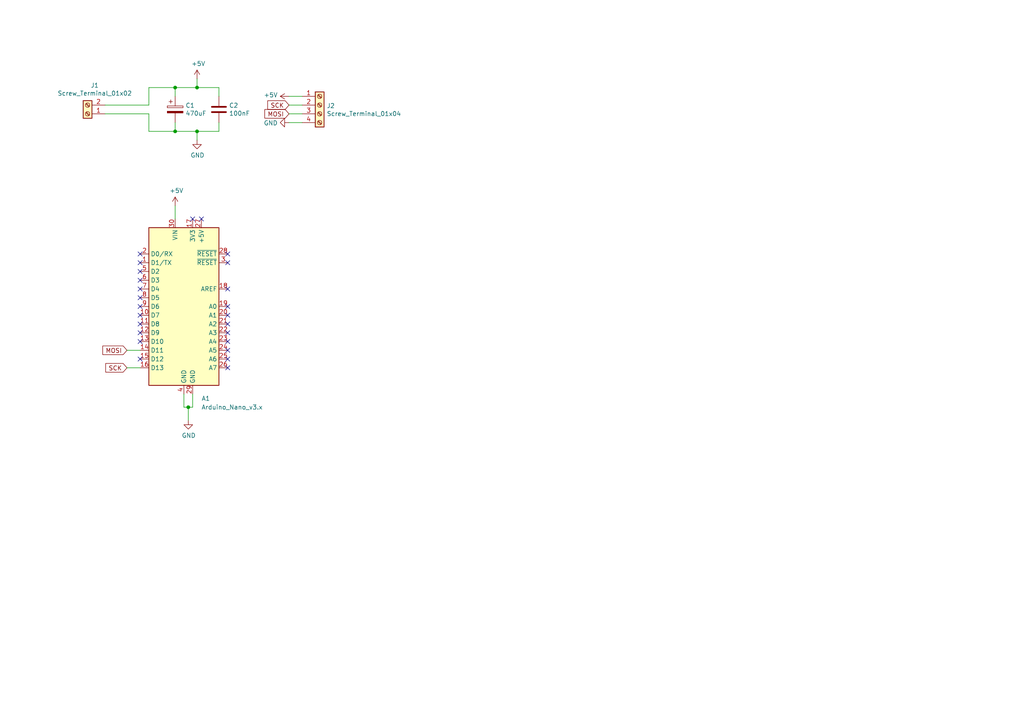
<source format=kicad_sch>
(kicad_sch (version 20211123) (generator eeschema)
  (paper "A4")
  (lib_symbols
    (symbol "Connector:Screw_Terminal_01x02" (pin_names (offset 1.016) hide)
      (property "Reference" "J" (at 0 2.54 0))
      (property "Value" "Screw_Terminal_01x02" (at 0 -5.08 0))
      (symbol "Screw_Terminal_01x02_1_1"
        (rectangle (start -1.27 1.27) (end 1.27 -3.81) (stroke (width 0.254)) (fill (type background)))
        (circle (center 0 -2.54) (radius 0.635) (stroke (width 0.1524)))
        (polyline (pts (xy -0.5334 -2.2098) (xy 0.3302 -3.048)) (stroke (width 0.1524)))
        (polyline (pts (xy -0.5334 0.3302) (xy 0.3302 -0.508)) (stroke (width 0.1524)))
        (polyline (pts (xy -0.3556 -2.032) (xy 0.508 -2.8702)) (stroke (width 0.1524)))
        (polyline (pts (xy -0.3556 0.508) (xy 0.508 -0.3302)) (stroke (width 0.1524)))
        (circle (center 0 0) (radius 0.635) (stroke (width 0.1524)))
        (pin passive line (at -5.08 0 0) (length 3.81) (name "Pin_1") (number "1"))
        (pin passive line (at -5.08 -2.54 0) (length 3.81) (name "Pin_2") (number "2"))
      )
    )
    (symbol "Connector:Screw_Terminal_01x04" (pin_names (offset 1.016) hide)
      (property "Reference" "J" (at 0 5.08 0))
      (property "Value" "Screw_Terminal_01x04" (at 0 -7.62 0))
      (symbol "Screw_Terminal_01x04_1_1"
        (rectangle (start -1.27 3.81) (end 1.27 -6.35) (stroke (width 0.254)) (fill (type background)))
        (circle (center 0 -5.08) (radius 0.635) (stroke (width 0.1524)))
        (circle (center 0 -2.54) (radius 0.635) (stroke (width 0.1524)))
        (polyline (pts (xy -0.5334 -4.7498) (xy 0.3302 -5.588)) (stroke (width 0.1524)))
        (polyline (pts (xy -0.5334 -2.2098) (xy 0.3302 -3.048)) (stroke (width 0.1524)))
        (polyline (pts (xy -0.5334 0.3302) (xy 0.3302 -0.508)) (stroke (width 0.1524)))
        (polyline (pts (xy -0.5334 2.8702) (xy 0.3302 2.032)) (stroke (width 0.1524)))
        (polyline (pts (xy -0.3556 -4.572) (xy 0.508 -5.4102)) (stroke (width 0.1524)))
        (polyline (pts (xy -0.3556 -2.032) (xy 0.508 -2.8702)) (stroke (width 0.1524)))
        (polyline (pts (xy -0.3556 0.508) (xy 0.508 -0.3302)) (stroke (width 0.1524)))
        (polyline (pts (xy -0.3556 3.048) (xy 0.508 2.2098)) (stroke (width 0.1524)))
        (circle (center 0 0) (radius 0.635) (stroke (width 0.1524)))
        (circle (center 0 2.54) (radius 0.635) (stroke (width 0.1524)))
        (pin passive line (at -5.08 2.54 0) (length 3.81) (name "Pin_1") (number "1"))
        (pin passive line (at -5.08 0 0) (length 3.81) (name "Pin_2") (number "2"))
        (pin passive line (at -5.08 -2.54 0) (length 3.81) (name "Pin_3") (number "3"))
        (pin passive line (at -5.08 -5.08 0) (length 3.81) (name "Pin_4") (number "4"))
      )
    )
    (symbol "Device:C" (pin_numbers hide) (pin_names (offset 0.254))
      (property "Reference" "C" (at 0.635 2.54 0))
      (property "Value" "C" (at 0.635 -2.54 0))
      (symbol "C_0_1"
        (polyline (pts (xy -2.032 -0.762) (xy 2.032 -0.762)) (stroke (width 0.508)))
        (polyline (pts (xy -2.032 0.762) (xy 2.032 0.762)) (stroke (width 0.508)))
      )
      (symbol "C_1_1"
        (pin passive line (at 0 3.81 270) (length 2.794) (name "~") (number "1"))
        (pin passive line (at 0 -3.81 90) (length 2.794) (name "~") (number "2"))
      )
    )
    (symbol "Device:CP" (pin_numbers hide) (pin_names (offset 0.254))
      (property "Reference" "C" (at 0.635 2.54 0))
      (property "Value" "Device_CP" (at 0.635 -2.54 0))
      (symbol "CP_0_1"
        (rectangle (start -2.286 0.508) (end 2.286 1.016))
        (polyline (pts (xy -1.778 2.286) (xy -0.762 2.286)))
        (polyline (pts (xy -1.27 2.794) (xy -1.27 1.778)))
        (rectangle (start 2.286 -0.508) (end -2.286 -1.016) (fill (type outline)))
      )
      (symbol "CP_1_1"
        (pin passive line (at 0 3.81 270) (length 2.794) (name "~") (number "1"))
        (pin passive line (at 0 -3.81 90) (length 2.794) (name "~") (number "2"))
      )
    )
    (symbol "MCU_Module:Arduino_Nano_v3.x"
      (property "Reference" "A" (at -10.16 23.495 0))
      (property "Value" "Arduino_Nano_v3.x" (at 5.08 -24.13 0))
      (symbol "Arduino_Nano_v3.x_0_1"
        (rectangle (start -10.16 22.86) (end 10.16 -22.86) (stroke (width 0.254)) (fill (type background)))
      )
      (symbol "Arduino_Nano_v3.x_1_1"
        (pin bidirectional line (at -12.7 12.7 0) (length 2.54) (name "D1/TX") (number "1"))
        (pin bidirectional line (at -12.7 -2.54 0) (length 2.54) (name "D7") (number "10"))
        (pin bidirectional line (at -12.7 -5.08 0) (length 2.54) (name "D8") (number "11"))
        (pin bidirectional line (at -12.7 -7.62 0) (length 2.54) (name "D9") (number "12"))
        (pin bidirectional line (at -12.7 -10.16 0) (length 2.54) (name "D10") (number "13"))
        (pin bidirectional line (at -12.7 -12.7 0) (length 2.54) (name "D11") (number "14"))
        (pin bidirectional line (at -12.7 -15.24 0) (length 2.54) (name "D12") (number "15"))
        (pin bidirectional line (at -12.7 -17.78 0) (length 2.54) (name "D13") (number "16"))
        (pin power_out line (at 2.54 25.4 270) (length 2.54) (name "3V3") (number "17"))
        (pin input line (at 12.7 5.08 180) (length 2.54) (name "AREF") (number "18"))
        (pin bidirectional line (at 12.7 0 180) (length 2.54) (name "A0") (number "19"))
        (pin bidirectional line (at -12.7 15.24 0) (length 2.54) (name "D0/RX") (number "2"))
        (pin bidirectional line (at 12.7 -2.54 180) (length 2.54) (name "A1") (number "20"))
        (pin bidirectional line (at 12.7 -5.08 180) (length 2.54) (name "A2") (number "21"))
        (pin bidirectional line (at 12.7 -7.62 180) (length 2.54) (name "A3") (number "22"))
        (pin bidirectional line (at 12.7 -10.16 180) (length 2.54) (name "A4") (number "23"))
        (pin bidirectional line (at 12.7 -12.7 180) (length 2.54) (name "A5") (number "24"))
        (pin bidirectional line (at 12.7 -15.24 180) (length 2.54) (name "A6") (number "25"))
        (pin bidirectional line (at 12.7 -17.78 180) (length 2.54) (name "A7") (number "26"))
        (pin power_out line (at 5.08 25.4 270) (length 2.54) (name "+5V") (number "27"))
        (pin input line (at 12.7 15.24 180) (length 2.54) (name "~{RESET}") (number "28"))
        (pin power_in line (at 2.54 -25.4 90) (length 2.54) (name "GND") (number "29"))
        (pin input line (at 12.7 12.7 180) (length 2.54) (name "~{RESET}") (number "3"))
        (pin power_in line (at -2.54 25.4 270) (length 2.54) (name "VIN") (number "30"))
        (pin power_in line (at 0 -25.4 90) (length 2.54) (name "GND") (number "4"))
        (pin bidirectional line (at -12.7 10.16 0) (length 2.54) (name "D2") (number "5"))
        (pin bidirectional line (at -12.7 7.62 0) (length 2.54) (name "D3") (number "6"))
        (pin bidirectional line (at -12.7 5.08 0) (length 2.54) (name "D4") (number "7"))
        (pin bidirectional line (at -12.7 2.54 0) (length 2.54) (name "D5") (number "8"))
        (pin bidirectional line (at -12.7 0 0) (length 2.54) (name "D6") (number "9"))
      )
    )
    (symbol "power:+5V" (power) (pin_names (offset 0))
      (property "Value" "+5V" (at 0 3.556 0))
      (symbol "+5V_0_1"
        (polyline (pts (xy -0.762 1.27) (xy 0 2.54)))
        (polyline (pts (xy 0 0) (xy 0 2.54)))
        (polyline (pts (xy 0 2.54) (xy 0.762 1.27)))
      )
      (symbol "+5V_1_1"
        (pin power_in line (at 0 0 90) (length 0) hide (name "+5V") (number "1"))
      )
    )
    (symbol "power:GND" (power) (pin_names (offset 0))
      (property "Value" "GND" (at 0 -3.81 0))
      (symbol "GND_0_1"
        (polyline (pts (xy 0 0) (xy 0 -1.27) (xy 1.27 -1.27) (xy 0 -2.54) (xy -1.27 -1.27) (xy 0 -1.27)))
      )
      (symbol "GND_1_1"
        (pin power_in line (at 0 0 270) (length 0) hide (name "GND") (number "1"))
      )
    )
  )
  (junction (at 50.8 25.4))
  (junction (at 50.8 38.1))
  (junction (at 54.61 118.11))
  (junction (at 57.15 25.4))
  (junction (at 57.15 38.1))
  (no_connect (at 40.64 88.9))
  (no_connect (at 40.64 96.52))
  (no_connect (at 66.04 93.98))
  (no_connect (at 40.64 104.14))
  (no_connect (at 66.04 76.2))
  (no_connect (at 66.04 96.52))
  (no_connect (at 66.04 106.68))
  (no_connect (at 40.64 83.82))
  (no_connect (at 40.64 93.98))
  (no_connect (at 58.42 63.5))
  (no_connect (at 40.64 78.74))
  (no_connect (at 66.04 91.44))
  (no_connect (at 66.04 73.66))
  (no_connect (at 66.04 88.9))
  (no_connect (at 66.04 104.14))
  (no_connect (at 40.64 81.28))
  (no_connect (at 40.64 73.66))
  (no_connect (at 40.64 86.36))
  (no_connect (at 40.64 76.2))
  (no_connect (at 66.04 101.6))
  (no_connect (at 66.04 99.06))
  (no_connect (at 40.64 91.44))
  (no_connect (at 55.88 63.5))
  (no_connect (at 66.04 83.82))
  (no_connect (at 40.64 99.06))
  (wire (pts (xy 50.8 27.94) (xy 50.8 25.4)))
  (wire (pts (xy 50.8 35.56) (xy 50.8 38.1)))
  (wire (pts (xy 53.34 114.3) (xy 53.34 118.11)))
  (wire (pts (xy 87.63 27.94) (xy 83.82 27.94)))
  (wire (pts (xy 36.83 101.6) (xy 40.64 101.6)))
  (wire (pts (xy 30.48 33.02) (xy 43.18 33.02)))
  (wire (pts (xy 63.5 27.94) (xy 63.5 25.4)))
  (wire (pts (xy 87.63 30.48) (xy 83.82 30.48)))
  (wire (pts (xy 87.63 35.56) (xy 83.82 35.56)))
  (wire (pts (xy 30.48 30.48) (xy 43.18 30.48)))
  (wire (pts (xy 54.61 118.11) (xy 54.61 121.92)))
  (wire (pts (xy 55.88 118.11) (xy 55.88 114.3)))
  (wire (pts (xy 57.15 38.1) (xy 57.15 40.64)))
  (wire (pts (xy 50.8 38.1) (xy 57.15 38.1)))
  (wire (pts (xy 36.83 106.68) (xy 40.64 106.68)))
  (wire (pts (xy 54.61 118.11) (xy 55.88 118.11)))
  (wire (pts (xy 63.5 35.56) (xy 63.5 38.1)))
  (wire (pts (xy 63.5 25.4) (xy 57.15 25.4)))
  (wire (pts (xy 50.8 25.4) (xy 57.15 25.4)))
  (wire (pts (xy 57.15 25.4) (xy 57.15 22.86)))
  (wire (pts (xy 87.63 33.02) (xy 83.82 33.02)))
  (wire (pts (xy 43.18 25.4) (xy 50.8 25.4)))
  (wire (pts (xy 43.18 33.02) (xy 43.18 38.1)))
  (wire (pts (xy 63.5 38.1) (xy 57.15 38.1)))
  (wire (pts (xy 43.18 30.48) (xy 43.18 25.4)))
  (wire (pts (xy 50.8 63.5) (xy 50.8 59.69)))
  (wire (pts (xy 53.34 118.11) (xy 54.61 118.11)))
  (wire (pts (xy 43.18 38.1) (xy 50.8 38.1)))
  (global_label "MOSI" (shape input) (at 83.82 33.02 180) (property "Intersheet References" "${INTERSHEET_REFS}" (effects hide)))
  (global_label "MOSI" (shape input) (at 36.83 101.6 180) (property "Intersheet References" "${INTERSHEET_REFS}" (effects hide)))
  (global_label "SCK" (shape input) (at 36.83 106.68 180) (property "Intersheet References" "${INTERSHEET_REFS}" (effects hide)))
  (global_label "SCK" (shape input) (at 83.82 30.48 180) (property "Intersheet References" "${INTERSHEET_REFS}" (effects hide)))
  (symbol (lib_id "power:+5V") (at 57.15 22.86 0) (unit 1)
    (property "Reference" "#PWR0101" (effects hide))
    (property "Value" "+5V" (at 57.531 18.4658 0))
  )
  (symbol (lib_id "power:GND") (at 57.15 40.64 0) (unit 1)
    (property "Reference" "#PWR0102" (effects hide))
    (property "Value" "GND" (at 57.277 45.0342 0))
  )
  (symbol (lib_id "Connector:Screw_Terminal_01x02") (at 25.4 33.02 180) (unit 1)
    (property "Reference" "J1" (at 27.4828 24.765 0))
    (property "Value" "Screw_Terminal_01x02" (at 27.4828 27.0764 0))
    (property "Footprint" "Terminal_Blocks:TerminalBlock_bornier-2_P5.08mm" (effects hide))
  )
  (symbol (lib_id "Connector:Screw_Terminal_01x04") (at 92.71 30.48 0) (unit 1)
    (property "Reference" "J2" (at 94.742 30.6832 0) (effects (justify left)))
    (property "Value" "Screw_Terminal_01x04" (at 94.742 32.9946 0) (effects (justify left)))
    (property "Footprint" "Terminal_Blocks:TerminalBlock_bornier-4_P5.08mm" (effects hide))
  )
  (symbol (lib_id "Device:C") (at 63.5 31.75 0) (unit 1)
    (property "Reference" "C2" (at 66.421 30.5816 0) (effects (justify left)))
    (property "Value" "100nF" (at 66.421 32.893 0) (effects (justify left)))
    (property "Footprint" "Capacitors_SMD:C_0805_HandSoldering" (effects hide))
  )
  (symbol (lib_id "Device:CP") (at 50.8 31.75 0) (unit 1)
    (property "Reference" "C1" (at 53.7972 30.5816 0) (effects (justify left)))
    (property "Value" "470uF" (at 53.7972 32.893 0) (effects (justify left)))
    (property "Footprint" "Capacitors_Tantalum_SMD:CP_Tantalum_Case-D_EIA-7343-31_Hand" (effects hide))
  )
  (symbol (lib_id "MCU_Module:Arduino_Nano_v3.x") (at 53.34 88.9 0) (unit 1)
    (property "Reference" "A1" (at 59.69 115.57 0))
    (property "Value" "Arduino_Nano_v3.x" (at 67.31 118.11 0))
    (property "Footprint" "misc-footprints:Arduino_Nano" (effects hide))
    (property "Datasheet" "http://www.mouser.com/pdfdocs/Gravitech_Arduino_Nano3_0.pdf" (effects hide))
  )
  (symbol (lib_id "power:+5V") (at 50.8 59.69 0) (unit 1)
    (property "Reference" "#PWR0103" (effects hide))
    (property "Value" "+5V" (at 51.181 55.2958 0))
  )
  (symbol (lib_id "power:GND") (at 54.61 121.92 0) (unit 1)
    (property "Reference" "#PWR0104" (effects hide))
    (property "Value" "GND" (at 54.737 126.3142 0))
  )
  (symbol (lib_id "power:+5V") (at 83.82 27.94 90) (unit 1)
    (property "Reference" "#PWR0105" (effects hide))
    (property "Value" "+5V" (at 80.5688 27.559 90) (effects (justify left)))
  )
  (symbol (lib_id "power:GND") (at 83.82 35.56 270) (unit 1)
    (property "Reference" "#PWR0106" (effects hide))
    (property "Value" "GND" (at 80.5688 35.687 90) (effects (justify right)))
  )
)
</source>
